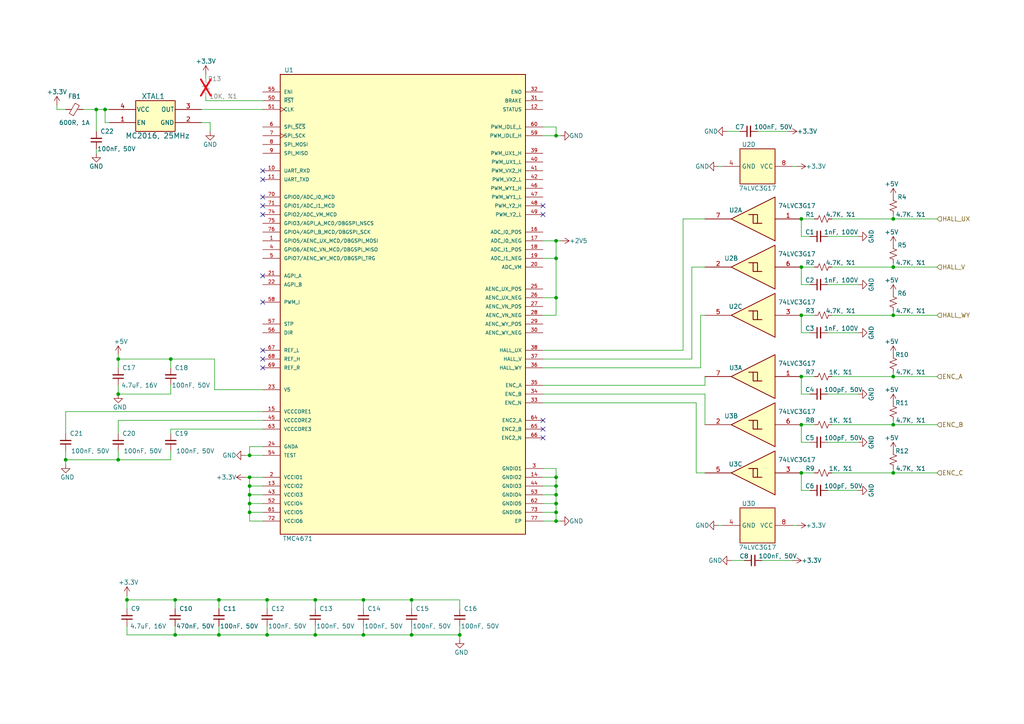
<source format=kicad_sch>
(kicad_sch (version 20230121) (generator eeschema)
  (paper "A4")
  (lib_symbols
    (symbol "74xGxx:74LVC3G17"
      (property "Reference" "U" (at -2.54 7.62 0))
      (property "Value" "74LVC3G17" (at 2.54 -7.62 0))
      (symbol "74LVC3G17_1_1"
        (polyline (pts (xy -2.54 1.27) (xy -1.27 1.27) (xy -1.27 -1.27)) (stroke (width 0.254)) (fill (type background)))
        (polyline (pts (xy -7.62 6.35) (xy -7.62 -6.35) (xy 5.08 0) (xy -7.62 6.35)) (stroke (width 0.254)) (fill (type background)))
        (polyline (pts (xy -3.81 1.27) (xy -2.54 1.27) (xy -2.54 -1.27) (xy 0 -1.27)) (stroke (width 0.254)) (fill (type background)))
        (pin input line (at -15.24 0 0) (length 7.62) (name "~") (number "1"))
        (pin output line (at 12.7 0 180) (length 7.62) (name "~") (number "7"))
      )
      (symbol "74LVC3G17_2_1"
        (polyline (pts (xy -2.54 1.27) (xy -1.27 1.27) (xy -1.27 -1.27)) (stroke (width 0.254)) (fill (type background)))
        (polyline (pts (xy -7.62 6.35) (xy -7.62 -6.35) (xy 5.08 0) (xy -7.62 6.35)) (stroke (width 0.254)) (fill (type background)))
        (polyline (pts (xy -3.81 1.27) (xy -2.54 1.27) (xy -2.54 -1.27) (xy 0 -1.27)) (stroke (width 0.254)) (fill (type background)))
        (pin output line (at 12.7 0 180) (length 7.62) (name "~") (number "2"))
        (pin input line (at -15.24 0 0) (length 7.62) (name "~") (number "6"))
      )
      (symbol "74LVC3G17_3_1"
        (polyline (pts (xy -2.54 1.27) (xy -1.27 1.27) (xy -1.27 -1.27)) (stroke (width 0.254)) (fill (type background)))
        (polyline (pts (xy -7.62 6.35) (xy -7.62 -6.35) (xy 5.08 0) (xy -7.62 6.35)) (stroke (width 0.254)) (fill (type background)))
        (polyline (pts (xy -3.81 1.27) (xy -2.54 1.27) (xy -2.54 -1.27) (xy 0 -1.27)) (stroke (width 0.254)) (fill (type background)))
        (pin input line (at -15.24 0 0) (length 7.62) (name "~") (number "3"))
        (pin output line (at 12.7 0 180) (length 7.62) (name "~") (number "5"))
      )
      (symbol "74LVC3G17_4_0"
        (rectangle (start -5.08 -5.08) (end 5.08 5.08) (stroke (width 0.254)) (fill (type background)))
      )
      (symbol "74LVC3G17_4_1"
        (pin power_in line (at 0 -10.16 90) (length 5.08) (name "GND") (number "4"))
        (pin power_in line (at 0 10.16 270) (length 5.08) (name "VCC") (number "8"))
      )
    )
    (symbol "Device:C_Small" (pin_numbers hide) (pin_names (offset 0.254) hide)
      (property "Reference" "C" (at 0.254 1.778 0))
      (property "Value" "C_Small" (at 0.254 -2.032 0))
      (symbol "C_Small_0_1"
        (polyline (pts (xy -1.524 -0.508) (xy 1.524 -0.508)) (stroke (width 0.3302)))
        (polyline (pts (xy -1.524 0.508) (xy 1.524 0.508)) (stroke (width 0.3048)))
      )
      (symbol "C_Small_1_1"
        (pin passive line (at 0 2.54 270) (length 2.032) (name "~") (number "1"))
        (pin passive line (at 0 -2.54 90) (length 2.032) (name "~") (number "2"))
      )
    )
    (symbol "Device:FerriteBead_Small" (pin_numbers hide) (pin_names (offset 0))
      (property "Reference" "FB" (at 1.905 1.27 0))
      (property "Value" "FerriteBead_Small" (at 1.905 -1.27 0))
      (symbol "FerriteBead_Small_0_1"
        (polyline (pts (xy 0 -1.27) (xy 0 -0.7874)))
        (polyline (pts (xy 0 0.889) (xy 0 1.2954)))
        (polyline (pts (xy -1.8288 0.2794) (xy -1.1176 1.4986) (xy 1.8288 -0.2032) (xy 1.1176 -1.4224) (xy -1.8288 0.2794)))
      )
      (symbol "FerriteBead_Small_1_1"
        (pin passive line (at 0 2.54 270) (length 1.27) (name "~") (number "1"))
        (pin passive line (at 0 -2.54 90) (length 1.27) (name "~") (number "2"))
      )
    )
    (symbol "Device:R_Small_US" (pin_numbers hide) (pin_names (offset 0.254) hide)
      (property "Reference" "R" (at 0.762 0.508 0))
      (property "Value" "R_Small_US" (at 0.762 -1.016 0))
      (symbol "R_Small_US_1_1"
        (polyline (pts (xy 0 0) (xy 1.016 -0.381) (xy 0 -0.762) (xy -1.016 -1.143) (xy 0 -1.524)))
        (polyline (pts (xy 0 1.524) (xy 1.016 1.143) (xy 0 0.762) (xy -1.016 0.381) (xy 0 0)))
        (pin passive line (at 0 2.54 270) (length 1.016) (name "~") (number "1"))
        (pin passive line (at 0 -2.54 90) (length 1.016) (name "~") (number "2"))
      )
    )
    (symbol "MC2016:MC2016K25.0000C16ESH" (pin_names (offset 0.254))
      (property "Reference" "XTAL" (at 13.97 11.43 0))
      (property "Value" "MC2016K25.0000C16ESH" (at 13.97 8.89 0))
      (symbol "MC2016K25.0000C16ESH_0_0"
        (rectangle (start 7.62 7.62) (end 19.05 -1.27) (stroke (width 0.254)) (fill (type background)))
      )
      (symbol "MC2016K25.0000C16ESH_0_1"
        (pin power_in line (at 0 5.08 0) (length 7.62) (name "VCC") (number "4"))
      )
      (symbol "MC2016K25.0000C16ESH_1_1"
        (pin unspecified line (at 0 1.27 0) (length 7.62) (name "EN") (number "1"))
        (pin power_out line (at 26.67 1.27 180) (length 7.62) (name "GND") (number "2"))
        (pin output line (at 26.67 5.08 180) (length 7.62) (name "OUT") (number "3"))
      )
    )
    (symbol "TMC4671:TMC4671" (pin_names (offset 1.016))
      (property "Reference" "U" (at -35.56 72.12 0))
      (property "Value" "TMC4671" (at -35.56 -64.77 0))
      (symbol "TMC4671_0_0"
        (rectangle (start -35.56 71.12) (end 35.56 -62.23) (stroke (width 0.254)) (fill (type background)))
        (pin bidirectional line (at -40.64 22.86 0) (length 5.08) (name "GPIO5/AENC_UX_MCD/DBGSPI_MOSI") (number "1"))
        (pin input line (at -40.64 43.18 0) (length 5.08) (name "UART_RXD") (number "10"))
        (pin output line (at -40.64 40.64 0) (length 5.08) (name "UART_TXD") (number "11"))
        (pin output line (at 40.64 60.96 180) (length 5.08) (name "STATUS") (number "12"))
        (pin power_in line (at -40.64 -48.26 0) (length 5.08) (name "VCCIO2") (number "13"))
        (pin power_in line (at 40.64 -45.72 180) (length 5.08) (name "GNDIO2") (number "14"))
        (pin power_in line (at -40.64 -26.67 0) (length 5.08) (name "VCCCORE1") (number "15"))
        (pin input line (at 40.64 25.4 180) (length 5.08) (name "ADC_I0_POS") (number "16"))
        (pin input line (at 40.64 22.86 180) (length 5.08) (name "ADC_I0_NEG") (number "17"))
        (pin input line (at 40.64 20.32 180) (length 5.08) (name "ADC_I1_POS") (number "18"))
        (pin input line (at 40.64 17.78 180) (length 5.08) (name "ADC_I1_NEG") (number "19"))
        (pin power_in line (at -40.64 -45.72 0) (length 5.08) (name "VCCIO1") (number "2"))
        (pin input line (at 40.64 15.24 180) (length 5.08) (name "ADC_VM") (number "20"))
        (pin input line (at -40.64 12.7 0) (length 5.08) (name "AGPI_A") (number "21"))
        (pin input line (at -40.64 10.16 0) (length 5.08) (name "AGPI_B") (number "22"))
        (pin power_in line (at -40.64 -20.32 0) (length 5.08) (name "V5") (number "23"))
        (pin power_in line (at -40.64 -36.83 0) (length 5.08) (name "GNDA") (number "24"))
        (pin input line (at 40.64 8.89 180) (length 5.08) (name "AENC_UX_POS") (number "25"))
        (pin input line (at 40.64 6.35 180) (length 5.08) (name "AENC_UX_NEG") (number "26"))
        (pin input line (at 40.64 3.81 180) (length 5.08) (name "AENC_VN_POS") (number "27"))
        (pin input line (at 40.64 1.27 180) (length 5.08) (name "AENC_VN_NEG") (number "28"))
        (pin input line (at 40.64 -1.27 180) (length 5.08) (name "AENC_WY_POS") (number "29"))
        (pin power_in line (at 40.64 -43.18 180) (length 5.08) (name "GNDIO1") (number "3"))
        (pin input line (at 40.64 -3.81 180) (length 5.08) (name "AENC_WY_NEG") (number "30"))
        (pin output line (at 40.64 63.5 180) (length 5.08) (name "BRAKE") (number "31"))
        (pin output line (at 40.64 66.04 180) (length 5.08) (name "ENO") (number "32"))
        (pin input line (at 40.64 -24.13 180) (length 5.08) (name "ENC_N") (number "33"))
        (pin input line (at 40.64 -21.59 180) (length 5.08) (name "ENC_B") (number "34"))
        (pin input line (at 40.64 -19.05 180) (length 5.08) (name "ENC_A") (number "35"))
        (pin input line (at 40.64 -13.97 180) (length 5.08) (name "HALL_WY") (number "36"))
        (pin input line (at 40.64 -11.43 180) (length 5.08) (name "HALL_V") (number "37"))
        (pin input line (at 40.64 -8.89 180) (length 5.08) (name "HALL_UX") (number "38"))
        (pin output line (at 40.64 48.26 180) (length 5.08) (name "PWM_UX1_H") (number "39"))
        (pin bidirectional line (at -40.64 20.32 0) (length 5.08) (name "GPIO6/AENC_VN_MCD/DBGSPI_MISO") (number "4"))
        (pin output line (at 40.64 45.72 180) (length 5.08) (name "PWM_UX1_L") (number "40"))
        (pin output line (at 40.64 43.18 180) (length 5.08) (name "PWM_VX2_H") (number "41"))
        (pin output line (at 40.64 40.64 180) (length 5.08) (name "PWM_VX2_L") (number "42"))
        (pin power_in line (at -40.64 -50.8 0) (length 5.08) (name "VCCIO3") (number "43"))
        (pin power_in line (at 40.64 -48.26 180) (length 5.08) (name "GNDIO3") (number "44"))
        (pin power_in line (at -40.64 -29.21 0) (length 5.08) (name "VCCCORE2") (number "45"))
        (pin output line (at 40.64 38.1 180) (length 5.08) (name "PWM_WY1_H") (number "46"))
        (pin output line (at 40.64 35.56 180) (length 5.08) (name "PWM_WY1_L") (number "47"))
        (pin output line (at 40.64 33.02 180) (length 5.08) (name "PWM_Y2_H") (number "48"))
        (pin output line (at 40.64 30.48 180) (length 5.08) (name "PWM_Y2_L") (number "49"))
        (pin bidirectional line (at -40.64 17.78 0) (length 5.08) (name "GPIO7/AENC_WY_MCD/DBGSPI_TRG") (number "5"))
        (pin input line (at -40.64 63.5 0) (length 5.08) (name "~{RST}") (number "50"))
        (pin input clock (at -40.64 60.96 0) (length 5.08) (name "CLK") (number "51"))
        (pin power_in line (at -40.64 -53.34 0) (length 5.08) (name "VCCIO4") (number "52"))
        (pin power_in line (at 40.64 -50.8 180) (length 5.08) (name "GNDIO4") (number "53"))
        (pin input line (at -40.64 -39.37 0) (length 5.08) (name "TEST") (number "54"))
        (pin input line (at -40.64 66.04 0) (length 5.08) (name "ENI") (number "55"))
        (pin input line (at -40.64 -3.81 0) (length 5.08) (name "DIR") (number "56"))
        (pin input line (at -40.64 -1.27 0) (length 5.08) (name "STP") (number "57"))
        (pin input line (at -40.64 5.08 0) (length 5.08) (name "PWM_I") (number "58"))
        (pin input line (at 40.64 53.34 180) (length 5.08) (name "PWM_IDLE_H") (number "59"))
        (pin input line (at -40.64 55.88 0) (length 5.08) (name "SPI_~{SCS}") (number "6"))
        (pin input line (at 40.64 55.88 180) (length 5.08) (name "PWM_IDLE_L") (number "60"))
        (pin power_in line (at -40.64 -55.88 0) (length 5.08) (name "VCCIO5") (number "61"))
        (pin power_in line (at 40.64 -53.34 180) (length 5.08) (name "GNDIO5") (number "62"))
        (pin power_in line (at -40.64 -31.75 0) (length 5.08) (name "VCCCORE3") (number "63"))
        (pin input line (at 40.64 -29.21 180) (length 5.08) (name "ENC2_A") (number "64"))
        (pin input line (at 40.64 -31.75 180) (length 5.08) (name "ENC2_B") (number "65"))
        (pin input line (at 40.64 -34.29 180) (length 5.08) (name "ENC2_N") (number "66"))
        (pin input line (at -40.64 -8.89 0) (length 5.08) (name "REF_L") (number "67"))
        (pin input line (at -40.64 -11.43 0) (length 5.08) (name "REF_H") (number "68"))
        (pin input line (at -40.64 -13.97 0) (length 5.08) (name "REF_R") (number "69"))
        (pin input clock (at -40.64 53.34 0) (length 5.08) (name "SPI_SCK") (number "7"))
        (pin bidirectional line (at -40.64 35.56 0) (length 5.08) (name "GPIO0/ADC_I0_MCD") (number "70"))
        (pin bidirectional line (at -40.64 33.02 0) (length 5.08) (name "GPIO1/ADC_I1_MCD") (number "71"))
        (pin power_in line (at -40.64 -58.42 0) (length 5.08) (name "VCCIO6") (number "72"))
        (pin power_in line (at 40.64 -55.88 180) (length 5.08) (name "GNDIO6") (number "73"))
        (pin bidirectional line (at -40.64 30.48 0) (length 5.08) (name "GPIO2/ADC_VM_MCD") (number "74"))
        (pin bidirectional line (at -40.64 27.94 0) (length 5.08) (name "GPIO3/AGPI_A_MCD/DBGSPI_NSCS") (number "75"))
        (pin bidirectional line (at -40.64 25.4 0) (length 5.08) (name "GPIO4/AGPI_B_MCD/DBGSPI_SCK") (number "76"))
        (pin power_in line (at 40.64 -58.42 180) (length 5.08) (name "EP") (number "77"))
        (pin input line (at -40.64 50.8 0) (length 5.08) (name "SPI_MOSI") (number "8"))
        (pin output line (at -40.64 48.26 0) (length 5.08) (name "SPI_MISO") (number "9"))
      )
    )
    (symbol "power:+2V5" (power) (pin_names (offset 0))
      (property "Value" "+2V5" (at 0 3.556 0))
      (symbol "+2V5_0_1"
        (polyline (pts (xy -0.762 1.27) (xy 0 2.54)))
        (polyline (pts (xy 0 0) (xy 0 2.54)))
        (polyline (pts (xy 0 2.54) (xy 0.762 1.27)))
      )
      (symbol "+2V5_1_1"
        (pin power_in line (at 0 0 90) (length 0) hide (name "+2V5") (number "1"))
      )
    )
    (symbol "power:+3.3V" (power) (pin_names (offset 0))
      (property "Value" "+3.3V" (at 0 3.556 0))
      (symbol "+3.3V_0_1"
        (polyline (pts (xy -0.762 1.27) (xy 0 2.54)))
        (polyline (pts (xy 0 0) (xy 0 2.54)))
        (polyline (pts (xy 0 2.54) (xy 0.762 1.27)))
      )
      (symbol "+3.3V_1_1"
        (pin power_in line (at 0 0 90) (length 0) hide (name "+3.3V") (number "1"))
      )
    )
    (symbol "power:+5V" (power) (pin_names (offset 0))
      (property "Value" "+5V" (at 0 3.556 0))
      (symbol "+5V_0_1"
        (polyline (pts (xy -0.762 1.27) (xy 0 2.54)))
        (polyline (pts (xy 0 0) (xy 0 2.54)))
        (polyline (pts (xy 0 2.54) (xy 0.762 1.27)))
      )
      (symbol "+5V_1_1"
        (pin power_in line (at 0 0 90) (length 0) hide (name "+5V") (number "1"))
      )
    )
    (symbol "power:GND" (power) (pin_names (offset 0))
      (property "Value" "GND" (at 0 -3.81 0))
      (symbol "GND_0_1"
        (polyline (pts (xy 0 0) (xy 0 -1.27) (xy 1.27 -1.27) (xy 0 -2.54) (xy -1.27 -1.27) (xy 0 -1.27)))
      )
      (symbol "GND_1_1"
        (pin power_in line (at 0 0 270) (length 0) hide (name "GND") (number "1"))
      )
    )
  )
  (junction (at 77.47 184.15))
  (junction (at 161.29 138.43))
  (junction (at 34.29 133.35))
  (junction (at 49.53 104.14))
  (junction (at 50.8 184.15))
  (junction (at 34.29 114.3))
  (junction (at 133.35 184.15))
  (junction (at 232.41 123.19))
  (junction (at 72.39 138.43))
  (junction (at 72.39 132.08))
  (junction (at 27.94 31.75))
  (junction (at 259.08 123.19))
  (junction (at 19.05 133.35))
  (junction (at 161.29 146.05))
  (junction (at 232.41 109.22))
  (junction (at 36.83 173.99))
  (junction (at 161.29 151.13))
  (junction (at 72.39 146.05))
  (junction (at 232.41 91.44))
  (junction (at 119.38 173.99))
  (junction (at 161.29 74.93))
  (junction (at 34.29 104.14))
  (junction (at 30.48 31.75))
  (junction (at 72.39 143.51))
  (junction (at 77.47 173.99))
  (junction (at 161.29 143.51))
  (junction (at 161.29 39.37))
  (junction (at 232.41 63.5))
  (junction (at 161.29 140.97))
  (junction (at 161.29 148.59))
  (junction (at 72.39 140.97))
  (junction (at 259.08 77.47))
  (junction (at 232.41 137.16))
  (junction (at 259.08 91.44))
  (junction (at 259.08 109.22))
  (junction (at 50.8 173.99))
  (junction (at 91.44 184.15))
  (junction (at 259.08 63.5))
  (junction (at 63.5 184.15))
  (junction (at 259.08 137.16))
  (junction (at 105.41 173.99))
  (junction (at 161.29 69.85))
  (junction (at 232.41 77.47))
  (junction (at 72.39 148.59))
  (junction (at 161.29 86.36))
  (junction (at 105.41 184.15))
  (junction (at 63.5 173.99))
  (junction (at 119.38 184.15))
  (junction (at 91.44 173.99))
  (no_connect (at 157.48 62.23))
  (no_connect (at 76.2 59.69))
  (no_connect (at 157.48 124.46))
  (no_connect (at 76.2 49.53))
  (no_connect (at 76.2 106.68))
  (no_connect (at 157.48 127))
  (no_connect (at 157.48 59.69))
  (no_connect (at 76.2 52.07))
  (no_connect (at 76.2 87.63))
  (no_connect (at 157.48 121.92))
  (no_connect (at 76.2 62.23))
  (no_connect (at 76.2 101.6))
  (no_connect (at 76.2 80.01))
  (no_connect (at 76.2 104.14))
  (no_connect (at 76.2 57.15))
  (wire (pts (xy 200.66 77.47) (xy 200.66 104.14)))
  (wire (pts (xy 157.48 151.13) (xy 161.29 151.13)))
  (wire (pts (xy 157.48 86.36) (xy 161.29 86.36)))
  (wire (pts (xy 50.8 173.99) (xy 63.5 173.99)))
  (wire (pts (xy 119.38 184.15) (xy 105.41 184.15)))
  (wire (pts (xy 204.47 91.44) (xy 203.2 91.44)))
  (wire (pts (xy 234.95 68.58) (xy 232.41 68.58)))
  (wire (pts (xy 34.29 111.76) (xy 34.29 114.3)))
  (wire (pts (xy 27.94 43.18) (xy 27.94 44.45)))
  (wire (pts (xy 232.41 137.16) (xy 232.41 142.24)))
  (wire (pts (xy 157.48 140.97) (xy 161.29 140.97)))
  (wire (pts (xy 232.41 123.19) (xy 236.22 123.19)))
  (wire (pts (xy 16.51 30.48) (xy 16.51 31.75)))
  (wire (pts (xy 204.47 109.22) (xy 204.47 111.76)))
  (wire (pts (xy 27.94 31.75) (xy 30.48 31.75)))
  (wire (pts (xy 161.29 39.37) (xy 162.56 39.37)))
  (wire (pts (xy 77.47 184.15) (xy 63.5 184.15)))
  (wire (pts (xy 72.39 146.05) (xy 76.2 146.05)))
  (wire (pts (xy 72.39 143.51) (xy 72.39 146.05)))
  (wire (pts (xy 133.35 185.42) (xy 133.35 184.15)))
  (wire (pts (xy 133.35 181.61) (xy 133.35 184.15)))
  (wire (pts (xy 157.48 69.85) (xy 161.29 69.85)))
  (wire (pts (xy 248.92 142.24) (xy 240.03 142.24)))
  (wire (pts (xy 119.38 173.99) (xy 119.38 176.53)))
  (wire (pts (xy 236.22 137.16) (xy 232.41 137.16)))
  (wire (pts (xy 236.22 91.44) (xy 232.41 91.44)))
  (wire (pts (xy 72.39 143.51) (xy 76.2 143.51)))
  (wire (pts (xy 241.3 109.22) (xy 259.08 109.22)))
  (wire (pts (xy 161.29 135.89) (xy 161.29 138.43)))
  (wire (pts (xy 34.29 104.14) (xy 34.29 106.68)))
  (wire (pts (xy 203.2 91.44) (xy 203.2 106.68)))
  (wire (pts (xy 248.92 128.27) (xy 240.03 128.27)))
  (wire (pts (xy 157.48 135.89) (xy 161.29 135.89)))
  (wire (pts (xy 77.47 173.99) (xy 91.44 173.99)))
  (wire (pts (xy 49.53 114.3) (xy 49.53 111.76)))
  (wire (pts (xy 31.75 35.56) (xy 30.48 35.56)))
  (wire (pts (xy 157.48 39.37) (xy 161.29 39.37)))
  (wire (pts (xy 50.8 184.15) (xy 36.83 184.15)))
  (wire (pts (xy 91.44 184.15) (xy 77.47 184.15)))
  (wire (pts (xy 91.44 181.61) (xy 91.44 184.15)))
  (wire (pts (xy 241.3 137.16) (xy 259.08 137.16)))
  (wire (pts (xy 259.08 63.5) (xy 259.08 62.23)))
  (wire (pts (xy 161.29 146.05) (xy 161.29 148.59)))
  (wire (pts (xy 34.29 102.87) (xy 34.29 104.14)))
  (wire (pts (xy 161.29 143.51) (xy 161.29 146.05)))
  (wire (pts (xy 76.2 119.38) (xy 19.05 119.38)))
  (wire (pts (xy 63.5 173.99) (xy 63.5 176.53)))
  (wire (pts (xy 157.48 148.59) (xy 161.29 148.59)))
  (wire (pts (xy 161.29 91.44) (xy 161.29 86.36)))
  (wire (pts (xy 19.05 133.35) (xy 19.05 130.81)))
  (wire (pts (xy 204.47 111.76) (xy 157.48 111.76)))
  (wire (pts (xy 198.12 101.6) (xy 157.48 101.6)))
  (wire (pts (xy 204.47 77.47) (xy 200.66 77.47)))
  (wire (pts (xy 91.44 173.99) (xy 91.44 176.53)))
  (wire (pts (xy 36.83 173.99) (xy 36.83 176.53)))
  (wire (pts (xy 72.39 148.59) (xy 72.39 146.05)))
  (wire (pts (xy 161.29 148.59) (xy 161.29 151.13)))
  (wire (pts (xy 36.83 173.99) (xy 50.8 173.99)))
  (wire (pts (xy 105.41 173.99) (xy 105.41 176.53)))
  (wire (pts (xy 34.29 114.3) (xy 49.53 114.3)))
  (wire (pts (xy 241.3 91.44) (xy 259.08 91.44)))
  (wire (pts (xy 208.28 152.4) (xy 209.55 152.4)))
  (wire (pts (xy 105.41 173.99) (xy 119.38 173.99)))
  (wire (pts (xy 36.83 184.15) (xy 36.83 181.61)))
  (wire (pts (xy 34.29 133.35) (xy 19.05 133.35)))
  (wire (pts (xy 201.93 137.16) (xy 201.93 116.84)))
  (wire (pts (xy 229.87 162.56) (xy 220.98 162.56)))
  (wire (pts (xy 62.23 113.03) (xy 62.23 104.14)))
  (wire (pts (xy 208.28 48.26) (xy 209.55 48.26)))
  (wire (pts (xy 34.29 130.81) (xy 34.29 133.35)))
  (wire (pts (xy 204.47 137.16) (xy 201.93 137.16)))
  (wire (pts (xy 72.39 138.43) (xy 76.2 138.43)))
  (wire (pts (xy 229.87 48.26) (xy 231.14 48.26)))
  (wire (pts (xy 203.2 106.68) (xy 157.48 106.68)))
  (wire (pts (xy 248.92 82.55) (xy 240.03 82.55)))
  (wire (pts (xy 62.23 104.14) (xy 49.53 104.14)))
  (wire (pts (xy 63.5 181.61) (xy 63.5 184.15)))
  (wire (pts (xy 232.41 63.5) (xy 236.22 63.5)))
  (wire (pts (xy 204.47 123.19) (xy 204.47 114.3)))
  (wire (pts (xy 76.2 124.46) (xy 49.53 124.46)))
  (wire (pts (xy 259.08 109.22) (xy 271.78 109.22)))
  (wire (pts (xy 50.8 181.61) (xy 50.8 184.15)))
  (wire (pts (xy 72.39 148.59) (xy 76.2 148.59)))
  (wire (pts (xy 259.08 91.44) (xy 259.08 90.17)))
  (wire (pts (xy 229.87 152.4) (xy 231.14 152.4)))
  (wire (pts (xy 34.29 121.92) (xy 34.29 125.73)))
  (wire (pts (xy 259.08 109.22) (xy 259.08 107.95)))
  (wire (pts (xy 76.2 121.92) (xy 34.29 121.92)))
  (wire (pts (xy 133.35 184.15) (xy 119.38 184.15)))
  (wire (pts (xy 248.92 96.52) (xy 240.03 96.52)))
  (wire (pts (xy 212.09 162.56) (xy 215.9 162.56)))
  (wire (pts (xy 200.66 104.14) (xy 157.48 104.14)))
  (wire (pts (xy 234.95 82.55) (xy 232.41 82.55)))
  (wire (pts (xy 241.3 63.5) (xy 259.08 63.5)))
  (wire (pts (xy 161.29 69.85) (xy 162.56 69.85)))
  (wire (pts (xy 157.48 143.51) (xy 161.29 143.51)))
  (wire (pts (xy 77.47 176.53) (xy 77.47 173.99)))
  (wire (pts (xy 259.08 137.16) (xy 259.08 135.89)))
  (wire (pts (xy 49.53 130.81) (xy 49.53 133.35)))
  (wire (pts (xy 71.12 138.43) (xy 72.39 138.43)))
  (wire (pts (xy 105.41 181.61) (xy 105.41 184.15)))
  (wire (pts (xy 234.95 114.3) (xy 232.41 114.3)))
  (wire (pts (xy 259.08 123.19) (xy 271.78 123.19)))
  (wire (pts (xy 72.39 140.97) (xy 76.2 140.97)))
  (wire (pts (xy 259.08 123.19) (xy 259.08 121.92)))
  (wire (pts (xy 49.53 124.46) (xy 49.53 125.73)))
  (wire (pts (xy 232.41 91.44) (xy 232.41 96.52)))
  (wire (pts (xy 119.38 173.99) (xy 133.35 173.99)))
  (wire (pts (xy 72.39 140.97) (xy 72.39 138.43)))
  (wire (pts (xy 161.29 86.36) (xy 161.29 74.93)))
  (wire (pts (xy 63.5 173.99) (xy 77.47 173.99)))
  (wire (pts (xy 241.3 77.47) (xy 259.08 77.47)))
  (wire (pts (xy 234.95 96.52) (xy 232.41 96.52)))
  (wire (pts (xy 210.82 38.1) (xy 214.63 38.1)))
  (wire (pts (xy 19.05 134.62) (xy 19.05 133.35)))
  (wire (pts (xy 105.41 184.15) (xy 91.44 184.15)))
  (wire (pts (xy 259.08 91.44) (xy 271.78 91.44)))
  (wire (pts (xy 234.95 128.27) (xy 232.41 128.27)))
  (wire (pts (xy 157.48 36.83) (xy 161.29 36.83)))
  (wire (pts (xy 34.29 104.14) (xy 49.53 104.14)))
  (wire (pts (xy 157.48 74.93) (xy 161.29 74.93)))
  (wire (pts (xy 248.92 68.58) (xy 240.03 68.58)))
  (wire (pts (xy 201.93 116.84) (xy 157.48 116.84)))
  (wire (pts (xy 63.5 184.15) (xy 50.8 184.15)))
  (wire (pts (xy 19.05 119.38) (xy 19.05 125.73)))
  (wire (pts (xy 76.2 132.08) (xy 72.39 132.08)))
  (wire (pts (xy 161.29 140.97) (xy 161.29 143.51)))
  (wire (pts (xy 16.51 31.75) (xy 19.05 31.75)))
  (wire (pts (xy 72.39 143.51) (xy 72.39 140.97)))
  (wire (pts (xy 24.13 31.75) (xy 27.94 31.75)))
  (wire (pts (xy 234.95 142.24) (xy 232.41 142.24)))
  (wire (pts (xy 30.48 31.75) (xy 31.75 31.75)))
  (wire (pts (xy 72.39 132.08) (xy 71.12 132.08)))
  (wire (pts (xy 232.41 109.22) (xy 236.22 109.22)))
  (wire (pts (xy 232.41 82.55) (xy 232.41 77.47)))
  (wire (pts (xy 161.29 138.43) (xy 161.29 140.97)))
  (wire (pts (xy 157.48 91.44) (xy 161.29 91.44)))
  (wire (pts (xy 232.41 77.47) (xy 236.22 77.47)))
  (wire (pts (xy 72.39 129.54) (xy 76.2 129.54)))
  (wire (pts (xy 62.23 113.03) (xy 76.2 113.03)))
  (wire (pts (xy 161.29 36.83) (xy 161.29 39.37)))
  (wire (pts (xy 91.44 173.99) (xy 105.41 173.99)))
  (wire (pts (xy 72.39 129.54) (xy 72.39 132.08)))
  (wire (pts (xy 232.41 68.58) (xy 232.41 63.5)))
  (wire (pts (xy 133.35 176.53) (xy 133.35 173.99)))
  (wire (pts (xy 161.29 74.93) (xy 161.29 69.85)))
  (wire (pts (xy 241.3 123.19) (xy 259.08 123.19)))
  (wire (pts (xy 49.53 133.35) (xy 34.29 133.35)))
  (wire (pts (xy 30.48 35.56) (xy 30.48 31.75)))
  (wire (pts (xy 50.8 176.53) (xy 50.8 173.99)))
  (wire (pts (xy 76.2 29.21) (xy 59.69 29.21)))
  (wire (pts (xy 59.69 29.21) (xy 59.69 27.94)))
  (wire (pts (xy 248.92 114.3) (xy 240.03 114.3)))
  (wire (pts (xy 72.39 151.13) (xy 72.39 148.59)))
  (wire (pts (xy 77.47 181.61) (xy 77.47 184.15)))
  (wire (pts (xy 119.38 181.61) (xy 119.38 184.15)))
  (wire (pts (xy 36.83 172.72) (xy 36.83 173.99)))
  (wire (pts (xy 204.47 63.5) (xy 198.12 63.5)))
  (wire (pts (xy 259.08 77.47) (xy 259.08 76.2)))
  (wire (pts (xy 58.42 31.75) (xy 76.2 31.75)))
  (wire (pts (xy 162.56 151.13) (xy 161.29 151.13)))
  (wire (pts (xy 157.48 138.43) (xy 161.29 138.43)))
  (wire (pts (xy 232.41 114.3) (xy 232.41 109.22)))
  (wire (pts (xy 76.2 151.13) (xy 72.39 151.13)))
  (wire (pts (xy 58.42 35.56) (xy 60.96 35.56)))
  (wire (pts (xy 49.53 106.68) (xy 49.53 104.14)))
  (wire (pts (xy 204.47 114.3) (xy 157.48 114.3)))
  (wire (pts (xy 259.08 137.16) (xy 271.78 137.16)))
  (wire (pts (xy 60.96 35.56) (xy 60.96 38.1)))
  (wire (pts (xy 198.12 63.5) (xy 198.12 101.6)))
  (wire (pts (xy 27.94 31.75) (xy 27.94 38.1)))
  (wire (pts (xy 228.6 38.1) (xy 219.71 38.1)))
  (wire (pts (xy 232.41 128.27) (xy 232.41 123.19)))
  (wire (pts (xy 59.69 21.59) (xy 59.69 22.86)))
  (wire (pts (xy 259.08 77.47) (xy 271.78 77.47)))
  (wire (pts (xy 259.08 63.5) (xy 271.78 63.5)))
  (wire (pts (xy 157.48 146.05) (xy 161.29 146.05)))
  (hierarchical_label "ENC_B" (shape input) (at 271.78 123.19 0))
  (hierarchical_label "HALL_V" (shape input) (at 271.78 77.47 0))
  (hierarchical_label "HALL_WY" (shape input) (at 271.78 91.44 0))
  (hierarchical_label "ENC_A" (shape input) (at 271.78 109.22 0))
  (hierarchical_label "HALL_UX" (shape input) (at 271.78 63.5 0))
  (hierarchical_label "ENC_C" (shape input) (at 271.78 137.16 0))
  (symbol (lib_id "74xGxx:74LVC3G17") (at 217.17 109.22 180) (unit 1)
    (property "Reference" "U3" (at 213.36 106.68 0))
    (property "Value" "74LVC3G17" (at 231.14 105.41 0))
    (property "Datasheet" "http://www.ti.com/lit/sg/scyt129e/scyt129e.pdf" (effects hide))
  )
  (symbol (lib_id "Device:C_Small") (at 77.47 179.07 180) (unit 1)
    (property "Reference" "C12" (at 82.55 176.53 0) (effects (justify left)))
    (property "Value" "100nF, 50V" (at 88.9 181.61 0) (effects (justify left)))
  )
  (symbol (lib_id "power:GND") (at 248.92 114.3 90) (unit 1)
    (property "Reference" "#PWR017" (effects hide))
    (property "Value" "GND" (at 252.73 114.3 0))
  )
  (symbol (lib_id "Device:C_Small") (at 237.49 82.55 90) (unit 1)
    (property "Reference" "C2" (at 236.22 81.28 90) (effects (justify left)))
    (property "Value" "1nF, 100V" (at 248.92 81.28 90) (effects (justify left)))
  )
  (symbol (lib_id "power:GND") (at 19.05 134.62 0) (unit 1)
    (property "Reference" "#PWR031" (effects hide))
    (property "Value" "GND" (at 21.59 138.43 0) (effects (justify right)))
  )
  (symbol (lib_id "power:GND") (at 60.96 38.1 0) (unit 1)
    (property "Reference" "#PWR029" (effects hide))
    (property "Value" "GND" (at 60.96 41.91 0))
  )
  (symbol (lib_id "power:GND") (at 27.94 44.45 0) (unit 1)
    (property "Reference" "#PWR033" (effects hide))
    (property "Value" "GND" (at 27.94 48.26 0))
  )
  (symbol (lib_id "power:+5V") (at 259.08 71.12 0) (unit 1)
    (property "Reference" "#PWR013" (effects hide))
    (property "Value" "+5V" (at 256.54 67.31 0) (effects (justify left)))
  )
  (symbol (lib_id "Device:R_Small_US") (at 238.76 63.5 90) (unit 1)
    (property "Reference" "R1" (at 234.95 62.23 90))
    (property "Value" "4.7K, %1" (at 243.84 62.23 90))
  )
  (symbol (lib_id "power:+3.3V") (at 16.51 30.48 0) (unit 1)
    (property "Reference" "#PWR032" (effects hide))
    (property "Value" "+3.3V" (at 16.51 26.67 0))
  )
  (symbol (lib_id "power:GND") (at 248.92 142.24 90) (unit 1)
    (property "Reference" "#PWR019" (effects hide))
    (property "Value" "GND" (at 252.73 142.24 0))
  )
  (symbol (lib_id "Device:C_Small") (at 34.29 128.27 180) (unit 1)
    (property "Reference" "C20" (at 39.37 125.73 0) (effects (justify left)))
    (property "Value" "100nF, 50V" (at 46.99 130.81 0) (effects (justify left)))
  )
  (symbol (lib_id "Device:R_Small_US") (at 238.76 77.47 90) (unit 1)
    (property "Reference" "R2" (at 234.95 76.2 90))
    (property "Value" "4.7K, %1" (at 243.84 76.2 90))
  )
  (symbol (lib_id "power:GND") (at 212.09 162.56 270) (unit 1)
    (property "Reference" "#PWR025" (effects hide))
    (property "Value" "GND" (at 209.55 162.56 90) (effects (justify right)))
  )
  (symbol (lib_id "Device:C_Small") (at 218.44 162.56 90) (unit 1)
    (property "Reference" "C8" (at 217.17 161.29 90) (effects (justify left)))
    (property "Value" "100nF, 50V" (at 231.14 161.29 90) (effects (justify left)))
  )
  (symbol (lib_id "Device:R_Small_US") (at 259.08 133.35 180) (unit 1)
    (property "Reference" "R12" (at 261.62 130.81 0))
    (property "Value" "4.7K, %1" (at 264.16 135.89 0))
  )
  (symbol (lib_id "power:+2V5") (at 162.56 69.85 270) (unit 1)
    (property "Reference" "#PWR06" (effects hide))
    (property "Value" "+2V5" (at 165.1 69.85 90) (effects (justify left)))
  )
  (symbol (lib_id "Device:C_Small") (at 237.49 128.27 90) (unit 1)
    (property "Reference" "C5" (at 236.22 127 90) (effects (justify left)))
    (property "Value" "100pF, 50V" (at 250.19 127 90) (effects (justify left)))
  )
  (symbol (lib_id "Device:C_Small") (at 34.29 109.22 180) (unit 1)
    (property "Reference" "C17" (at 39.37 106.68 0) (effects (justify left)))
    (property "Value" "4.7uF, 16V" (at 45.72 111.76 0) (effects (justify left)))
  )
  (symbol (lib_id "Device:R_Small_US") (at 259.08 105.41 180) (unit 1)
    (property "Reference" "R10" (at 261.62 102.87 0))
    (property "Value" "4.7K, %1" (at 264.16 107.95 0))
  )
  (symbol (lib_id "power:+3.3V") (at 36.83 172.72 0) (unit 1)
    (property "Reference" "#PWR027" (effects hide))
    (property "Value" "+3.3V" (at 34.29 168.91 0) (effects (justify left)))
  )
  (symbol (lib_id "power:+3.3V") (at 229.87 162.56 270) (unit 1)
    (property "Reference" "#PWR026" (effects hide))
    (property "Value" "+3.3V" (at 232.41 162.56 90) (effects (justify left)))
  )
  (symbol (lib_id "power:GND") (at 248.92 68.58 90) (unit 1)
    (property "Reference" "#PWR011" (effects hide))
    (property "Value" "GND" (at 252.73 68.58 0))
  )
  (symbol (lib_id "Device:C_Small") (at 63.5 179.07 180) (unit 1)
    (property "Reference" "C11" (at 68.58 176.53 0) (effects (justify left)))
    (property "Value" "100nF, 50V" (at 74.93 181.61 0) (effects (justify left)))
  )
  (symbol (lib_id "Device:C_Small") (at 105.41 179.07 180) (unit 1)
    (property "Reference" "C14" (at 110.49 176.53 0) (effects (justify left)))
    (property "Value" "100nF, 50V" (at 116.84 181.61 0) (effects (justify left)))
  )
  (symbol (lib_id "power:+3.3V") (at 59.69 21.59 0) (unit 1)
    (property "Reference" "#PWR034" (effects hide))
    (property "Value" "+3.3V" (at 59.69 17.78 0))
  )
  (symbol (lib_id "power:GND") (at 162.56 151.13 90) (unit 1)
    (property "Reference" "#PWR01" (effects hide))
    (property "Value" "GND" (at 165.1 151.13 90) (effects (justify right)))
  )
  (symbol (lib_id "Device:C_Small") (at 50.8 179.07 180) (unit 1)
    (property "Reference" "C10" (at 55.88 176.53 0) (effects (justify left)))
    (property "Value" "470nF, 50V" (at 62.23 181.61 0) (effects (justify left)))
  )
  (symbol (lib_id "TMC4671:TMC4671") (at 116.84 92.71 0) (unit 1)
    (property "Reference" "U1" (at 83.82 20.32 0))
    (property "Value" "TMC4671" (at 86.36 156.21 0))
    (property "Footprint" "TMC4671:QFN40P650X1050X90-77N" (effects hide))
    (property "MAXIMUM_PACKAGE_HEIGHT" "0.9mm" (effects hide))
    (property "MANUFACTURER" "Trinamic Motion" (effects hide))
    (property "PARTREV" "V1.06" (effects hide))
    (property "STANDARD" "IPC 7351B" (effects hide))
  )
  (symbol (lib_id "power:GND") (at 71.12 132.08 270) (unit 1)
    (property "Reference" "#PWR03" (effects hide))
    (property "Value" "GND" (at 68.58 132.08 90) (effects (justify right)))
  )
  (symbol (lib_id "Device:R_Small_US") (at 259.08 73.66 180) (unit 1)
    (property "Reference" "R5" (at 261.62 71.12 0))
    (property "Value" "4.7K, %1" (at 264.16 76.2 0))
  )
  (symbol (lib_id "74xGxx:74LVC3G17") (at 217.17 123.19 180) (unit 2)
    (property "Reference" "U3" (at 212.09 120.65 0))
    (property "Value" "74LVC3G17" (at 231.14 119.38 0))
    (property "Datasheet" "http://www.ti.com/lit/sg/scyt129e/scyt129e.pdf" (effects hide))
  )
  (symbol (lib_id "power:GND") (at 248.92 82.55 90) (unit 1)
    (property "Reference" "#PWR015" (effects hide))
    (property "Value" "GND" (at 252.73 82.55 0))
  )
  (symbol (lib_id "Device:R_Small_US") (at 238.76 137.16 90) (unit 1)
    (property "Reference" "R9" (at 234.95 135.89 90))
    (property "Value" "1K, %1" (at 243.84 135.89 90))
  )
  (symbol (lib_id "power:+5V") (at 259.08 85.09 0) (unit 1)
    (property "Reference" "#PWR014" (effects hide))
    (property "Value" "+5V" (at 256.54 81.28 0) (effects (justify left)))
  )
  (symbol (lib_id "MC2016:MC2016K25.0000C16ESH") (at 31.75 36.83 0) (unit 1)
    (property "Reference" "XTAL1" (at 44.45 27.94 0) (effects (font (size 1.524 1.524))))
    (property "Value" "MC2016, 25MHz" (at 45.72 39.37 0) (effects (font (size 1.524 1.524))))
    (property "Footprint" "MC2016:XTAL_MC2016K25_2X1P6_AVX" (effects hide))
    (property "Datasheet" "MC2016K25.0000C16ESH" (effects hide))
    (property "MPN" "MC2016K25.0000C16ESH" (effects hide))
  )
  (symbol (lib_id "74xGxx:74LVC3G17") (at 217.17 137.16 180) (unit 3)
    (property "Reference" "U3" (at 213.36 134.62 0))
    (property "Value" "74LVC3G17" (at 231.14 133.35 0))
    (property "Datasheet" "http://www.ti.com/lit/sg/scyt129e/scyt129e.pdf" (effects hide))
  )
  (symbol (lib_id "Device:R_Small_US") (at 238.76 123.19 90) (unit 1)
    (property "Reference" "R8" (at 234.95 121.92 90))
    (property "Value" "1K, %1" (at 243.84 121.92 90))
  )
  (symbol (lib_id "power:+5V") (at 34.29 102.87 0) (unit 1)
    (property "Reference" "#PWR04" (effects hide))
    (property "Value" "+5V" (at 33.02 99.06 0) (effects (justify left)))
  )
  (symbol (lib_id "power:+3.3V") (at 228.6 38.1 270) (unit 1)
    (property "Reference" "#PWR023" (effects hide))
    (property "Value" "+3.3V" (at 231.14 38.1 90) (effects (justify left)))
  )
  (symbol (lib_id "power:GND") (at 34.29 114.3 0) (unit 1)
    (property "Reference" "#PWR030" (effects hide))
    (property "Value" "GND" (at 36.83 118.11 0) (effects (justify right)))
  )
  (symbol (lib_id "Device:C_Small") (at 91.44 179.07 180) (unit 1)
    (property "Reference" "C13" (at 96.52 176.53 0) (effects (justify left)))
    (property "Value" "100nF, 50V" (at 102.87 181.61 0) (effects (justify left)))
  )
  (symbol (lib_id "74xGxx:74LVC3G17") (at 217.17 63.5 180) (unit 1)
    (property "Reference" "U2" (at 213.36 60.96 0))
    (property "Value" "74LVC3G17" (at 231.14 59.69 0))
    (property "Datasheet" "http://www.ti.com/lit/sg/scyt129e/scyt129e.pdf" (effects hide))
  )
  (symbol (lib_id "power:GND") (at 208.28 152.4 270) (unit 1)
    (property "Reference" "#PWR09" (effects hide))
    (property "Value" "GND" (at 205.74 152.4 90) (effects (justify right)))
  )
  (symbol (lib_id "power:GND") (at 208.28 48.26 270) (unit 1)
    (property "Reference" "#PWR07" (effects hide))
    (property "Value" "GND" (at 205.74 48.26 90) (effects (justify right)))
  )
  (symbol (lib_id "Device:C_Small") (at 237.49 96.52 90) (unit 1)
    (property "Reference" "C3" (at 236.22 95.25 90) (effects (justify left)))
    (property "Value" "1nF, 100V" (at 248.92 95.25 90) (effects (justify left)))
  )
  (symbol (lib_id "Device:C_Small") (at 19.05 128.27 180) (unit 1)
    (property "Reference" "C21" (at 24.13 125.73 0) (effects (justify left)))
    (property "Value" "100nF, 50V" (at 31.75 130.81 0) (effects (justify left)))
  )
  (symbol (lib_id "Device:C_Small") (at 237.49 68.58 90) (unit 1)
    (property "Reference" "C1" (at 236.22 67.31 90) (effects (justify left)))
    (property "Value" "1nF, 100V" (at 248.92 67.31 90) (effects (justify left)))
  )
  (symbol (lib_id "Device:R_Small_US") (at 59.69 25.4 180) (unit 1) (dnp yes)
    (property "Reference" "R13" (at 62.23 22.86 0))
    (property "Value" "10K, %1" (at 64.77 27.94 0))
  )
  (symbol (lib_id "power:+5V") (at 259.08 130.81 0) (unit 1)
    (property "Reference" "#PWR022" (effects hide))
    (property "Value" "+5V" (at 256.54 127 0) (effects (justify left)))
  )
  (symbol (lib_id "74xGxx:74LVC3G17") (at 219.71 48.26 270) (unit 4)
    (property "Reference" "U2" (at 217.17 41.91 90))
    (property "Value" "74LVC3G17" (at 219.71 54.61 90))
    (property "Datasheet" "http://www.ti.com/lit/sg/scyt129e/scyt129e.pdf" (effects hide))
  )
  (symbol (lib_id "power:GND") (at 133.35 185.42 0) (unit 1)
    (property "Reference" "#PWR028" (effects hide))
    (property "Value" "GND" (at 135.89 189.23 0) (effects (justify right)))
  )
  (symbol (lib_id "Device:C_Small") (at 49.53 109.22 180) (unit 1)
    (property "Reference" "C18" (at 54.61 106.68 0) (effects (justify left)))
    (property "Value" "100nF, 50V" (at 60.96 111.76 0) (effects (justify left)))
  )
  (symbol (lib_id "Device:C_Small") (at 119.38 179.07 180) (unit 1)
    (property "Reference" "C15" (at 124.46 176.53 0) (effects (justify left)))
    (property "Value" "100nF, 50V" (at 130.81 181.61 0) (effects (justify left)))
  )
  (symbol (lib_id "Device:C_Small") (at 217.17 38.1 90) (unit 1)
    (property "Reference" "C7" (at 215.9 36.83 90) (effects (justify left)))
    (property "Value" "100nF, 50V" (at 229.87 36.83 90) (effects (justify left)))
  )
  (symbol (lib_id "Device:C_Small") (at 36.83 179.07 180) (unit 1)
    (property "Reference" "C9" (at 40.64 176.53 0) (effects (justify left)))
    (property "Value" "4.7uF, 16V" (at 48.26 181.61 0) (effects (justify left)))
  )
  (symbol (lib_id "power:GND") (at 162.56 39.37 90) (unit 1)
    (property "Reference" "#PWR05" (effects hide))
    (property "Value" "GND" (at 165.1 39.37 90) (effects (justify right)))
  )
  (symbol (lib_id "Device:R_Small_US") (at 238.76 109.22 90) (unit 1)
    (property "Reference" "R7" (at 234.95 107.95 90))
    (property "Value" "1K, %1" (at 243.84 107.95 90))
  )
  (symbol (lib_id "power:+5V") (at 259.08 102.87 0) (unit 1)
    (property "Reference" "#PWR020" (effects hide))
    (property "Value" "+5V" (at 256.54 99.06 0) (effects (justify left)))
  )
  (symbol (lib_id "power:GND") (at 248.92 96.52 90) (unit 1)
    (property "Reference" "#PWR016" (effects hide))
    (property "Value" "GND" (at 252.73 96.52 0))
  )
  (symbol (lib_id "Device:R_Small_US") (at 259.08 119.38 180) (unit 1)
    (property "Reference" "R11" (at 261.62 116.84 0))
    (property "Value" "4.7K, %1" (at 264.16 121.92 0))
  )
  (symbol (lib_id "power:+5V") (at 259.08 57.15 0) (unit 1)
    (property "Reference" "#PWR012" (effects hide))
    (property "Value" "+5V" (at 256.54 53.34 0) (effects (justify left)))
  )
  (symbol (lib_id "74xGxx:74LVC3G17") (at 219.71 152.4 270) (unit 4)
    (property "Reference" "U3" (at 217.17 146.05 90))
    (property "Value" "74LVC3G17" (at 219.71 158.75 90))
    (property "Datasheet" "http://www.ti.com/lit/sg/scyt129e/scyt129e.pdf" (effects hide))
  )
  (symbol (lib_id "Device:R_Small_US") (at 259.08 87.63 180) (unit 1)
    (property "Reference" "R6" (at 261.62 85.09 0))
    (property "Value" "4.7K, %1" (at 264.16 90.17 0))
  )
  (symbol (lib_id "Device:C_Small") (at 237.49 114.3 90) (unit 1)
    (property "Reference" "C4" (at 236.22 113.03 90) (effects (justify left)))
    (property "Value" "100pF, 50V" (at 250.19 113.03 90) (effects (justify left)))
  )
  (symbol (lib_id "Device:FerriteBead_Small") (at 21.59 31.75 90) (unit 1)
    (property "Reference" "FB1" (at 21.59 27.94 90))
    (property "Value" "600R, 1A" (at 21.59 35.56 90))
    (property "MPN" "742792651" (effects hide))
  )
  (symbol (lib_id "power:+5V") (at 259.08 116.84 0) (unit 1)
    (property "Reference" "#PWR021" (effects hide))
    (property "Value" "+5V" (at 256.54 113.03 0) (effects (justify left)))
  )
  (symbol (lib_id "Device:C_Small") (at 237.49 142.24 90) (unit 1)
    (property "Reference" "C6" (at 236.22 140.97 90) (effects (justify left)))
    (property "Value" "100pF, 50V" (at 250.19 140.97 90) (effects (justify left)))
  )
  (symbol (lib_id "power:GND") (at 210.82 38.1 270) (unit 1)
    (property "Reference" "#PWR024" (effects hide))
    (property "Value" "GND" (at 208.28 38.1 90) (effects (justify right)))
  )
  (symbol (lib_id "Device:C_Small") (at 27.94 40.64 180) (unit 1)
    (property "Reference" "C22" (at 33.02 38.1 0) (effects (justify left)))
    (property "Value" "100nF, 50V" (at 39.37 43.18 0) (effects (justify left)))
  )
  (symbol (lib_id "Device:R_Small_US") (at 259.08 59.69 180) (unit 1)
    (property "Reference" "R4" (at 261.62 57.15 0))
    (property "Value" "4.7K, %1" (at 264.16 62.23 0))
  )
  (symbol (lib_id "power:+3.3V") (at 231.14 152.4 270) (unit 1)
    (property "Reference" "#PWR010" (effects hide))
    (property "Value" "+3.3V" (at 233.68 152.4 90) (effects (justify left)))
  )
  (symbol (lib_id "74xGxx:74LVC3G17") (at 217.17 77.47 180) (unit 2)
    (property "Reference" "U2" (at 212.09 74.93 0))
    (property "Value" "74LVC3G17" (at 231.14 73.66 0))
    (property "Datasheet" "http://www.ti.com/lit/sg/scyt129e/scyt129e.pdf" (effects hide))
  )
  (symbol (lib_id "Device:C_Small") (at 49.53 128.27 180) (unit 1)
    (property "Reference" "C19" (at 54.61 125.73 0) (effects (justify left)))
    (property "Value" "100nF, 50V" (at 62.23 130.81 0) (effects (justify left)))
  )
  (symbol (lib_id "power:GND") (at 248.92 128.27 90) (unit 1)
    (property "Reference" "#PWR018" (effects hide))
    (property "Value" "GND" (at 252.73 128.27 0))
  )
  (symbol (lib_id "power:+3.3V") (at 231.14 48.26 270) (unit 1)
    (property "Reference" "#PWR08" (effects hide))
    (property "Value" "+3.3V" (at 233.68 48.26 90) (effects (justify left)))
  )
  (symbol (lib_id "Device:C_Small") (at 133.35 179.07 180) (unit 1)
    (property "Reference" "C16" (at 138.43 176.53 0) (effects (justify left)))
    (property "Value" "100nF, 50V" (at 144.78 181.61 0) (effects (justify left)))
  )
  (symbol (lib_id "74xGxx:74LVC3G17") (at 217.17 91.44 180) (unit 3)
    (property "Reference" "U2" (at 213.36 88.9 0))
    (property "Value" "74LVC3G17" (at 231.14 87.63 0))
    (property "Datasheet" "http://www.ti.com/lit/sg/scyt129e/scyt129e.pdf" (effects hide))
  )
  (symbol (lib_id "Device:R_Small_US") (at 238.76 91.44 90) (unit 1)
    (property "Reference" "R3" (at 234.95 90.17 90))
    (property "Value" "4.7K, %1" (at 243.84 90.17 90))
  )
  (symbol (lib_id "power:+3.3V") (at 71.12 138.43 90) (unit 1)
    (property "Reference" "#PWR02" (effects hide))
    (property "Value" "+3.3V" (at 68.58 138.43 90) (effects (justify left)))
  )
)
</source>
